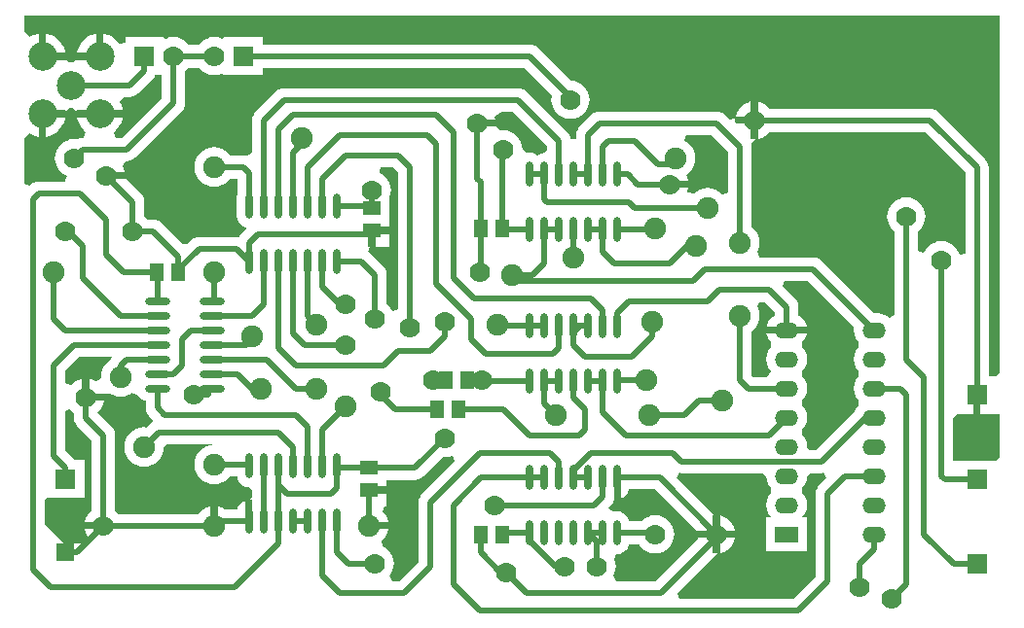
<source format=gtl>
%FSLAX44Y44*%
%MOMM*%
G71*
G01*
G75*
G04 Layer_Physical_Order=1*
G04 Layer_Color=255*
%ADD10R,1.3000X1.5000*%
%ADD11R,1.5000X1.3000*%
%ADD12O,2.2000X0.6000*%
%ADD13O,0.6000X2.2000*%
%ADD14C,0.5080*%
%ADD15R,1.5000X1.5000*%
%ADD16C,2.5000*%
%ADD17R,2.0320X1.3970*%
%ADD18O,2.0320X1.3970*%
%ADD19R,1.7780X1.7780*%
%ADD20C,1.7780*%
%ADD21C,1.9050*%
G36*
X390162Y381989D02*
X389931Y381064D01*
X392757Y379554D01*
X395271Y377491D01*
X397334Y374977D01*
X398867Y372109D01*
X399811Y368997D01*
X400130Y365760D01*
X399811Y362523D01*
X398867Y359411D01*
X398660Y359024D01*
Y335740D01*
Y334035D01*
X383537D01*
Y330862D01*
X380365D01*
Y316739D01*
X382065D01*
X380433Y311929D01*
X381766Y310906D01*
X393326Y299346D01*
X394955Y297224D01*
X395979Y294752D01*
X396328Y292100D01*
X396328Y292100D01*
Y266948D01*
X397811Y265731D01*
X399874Y263217D01*
X401385Y260391D01*
X402309Y260622D01*
X406312Y261837D01*
Y381835D01*
X402155Y385992D01*
X391377D01*
X390162Y381989D01*
D02*
G37*
G36*
X774700Y119292D02*
X764277D01*
X762126Y116840D01*
X761624Y113027D01*
X760153Y109474D01*
X757811Y106424D01*
Y101856D01*
X760153Y98806D01*
X761624Y95253D01*
X762126Y91440D01*
X761624Y87627D01*
X760153Y84074D01*
D01*
X760153Y84074D01*
X760153Y84074D01*
X760153D01*
X760153Y84074D01*
X757940Y80645D01*
X762000D01*
Y51435D01*
X726440D01*
Y80645D01*
X730500D01*
X728288Y84074D01*
X728288Y84074D01*
X728288D01*
X728288Y84074D01*
X728288Y84074D01*
D01*
X726816Y87627D01*
X726314Y91440D01*
X726816Y95253D01*
X728288Y98806D01*
X730629Y101856D01*
Y106424D01*
X728288Y109474D01*
X726816Y113027D01*
X726314Y116840D01*
X724163Y119292D01*
X652780D01*
X652780Y119292D01*
X651079Y119516D01*
X648832Y114960D01*
X681350Y82442D01*
X680085Y82318D01*
Y69215D01*
X666982D01*
X666858Y67950D01*
X629615Y105192D01*
X607316D01*
X607247Y104668D01*
X606177Y102084D01*
X604474Y99866D01*
X602256Y98163D01*
X600075Y97260D01*
Y115442D01*
X594912D01*
Y107440D01*
X594547Y104668D01*
X594448Y104429D01*
Y99060D01*
X594188Y97085D01*
X594188Y97085D01*
X594099Y96408D01*
X593075Y93936D01*
X591446Y91814D01*
X589334Y89701D01*
X589425Y88308D01*
X593739Y85626D01*
X594128Y85787D01*
X596900Y86152D01*
X599672Y85787D01*
X602256Y84717D01*
X604474Y83014D01*
X606177Y80796D01*
X607247Y78212D01*
X607316Y77688D01*
X618121D01*
X618189Y77771D01*
X620703Y79834D01*
X623571Y81367D01*
X626684Y82311D01*
X629920Y82630D01*
X633157Y82311D01*
X636269Y81367D01*
X639137Y79834D01*
X641651Y77771D01*
X643714Y75257D01*
X645247Y72389D01*
X646191Y69276D01*
X646510Y66040D01*
X646191Y62804D01*
X645247Y59691D01*
X643714Y56823D01*
X641651Y54309D01*
X639137Y52246D01*
X636269Y50713D01*
X633157Y49769D01*
X629920Y49450D01*
X626684Y49769D01*
X623571Y50713D01*
X620703Y52246D01*
X618189Y54309D01*
X616126Y56823D01*
X615929Y57192D01*
X607316D01*
X607247Y56668D01*
X606177Y54084D01*
X604474Y51866D01*
X602256Y50163D01*
X599672Y49093D01*
X596900Y48728D01*
X596900Y48728D01*
X596900Y48728D01*
X595980Y48402D01*
X594447Y44449D01*
X595391Y41336D01*
X595710Y38100D01*
X595391Y34864D01*
X594447Y31751D01*
X593428Y29845D01*
X595060Y27122D01*
X597051Y25488D01*
X630755D01*
X667241Y61973D01*
X666989Y62804D01*
X666983Y62865D01*
X680085D01*
Y49762D01*
X683260Y49450D01*
X683750Y49498D01*
X649193Y14941D01*
X651137Y10248D01*
X750135D01*
X769532Y29645D01*
Y101600D01*
X769882Y104252D01*
X770905Y106724D01*
X772534Y108846D01*
X778648Y114960D01*
X776401Y119516D01*
X774700Y119292D01*
D02*
G37*
G36*
X655438Y409005D02*
X657271Y408024D01*
X659882Y405882D01*
X662025Y403271D01*
X663617Y400293D01*
X664597Y397061D01*
X664928Y393700D01*
X664597Y390339D01*
X663617Y387107D01*
X662025Y384129D01*
X659882Y381518D01*
X657271Y379375D01*
X657093Y378787D01*
X657947Y377189D01*
X658891Y374076D01*
X658897Y374015D01*
X642617D01*
Y367665D01*
X658897D01*
X658891Y367603D01*
X658055Y364848D01*
X658895Y363716D01*
X663936Y363094D01*
X666069Y364845D01*
X669047Y366437D01*
X672279Y367417D01*
X675640Y367748D01*
X679001Y367417D01*
X682233Y366437D01*
X685211Y364845D01*
X687822Y362702D01*
X688549Y361816D01*
X693332Y363527D01*
Y399615D01*
X679015Y413932D01*
X656672D01*
X655438Y409005D01*
D02*
G37*
G36*
X906653Y170942D02*
X893318D01*
Y170942D01*
X892680D01*
X889088Y167350D01*
Y130302D01*
X893318D01*
Y130302D01*
X926338D01*
D01*
X926338D01*
X929640Y133604D01*
Y170942D01*
X926338D01*
Y170942D01*
X913003D01*
Y187454D01*
X906653D01*
Y170942D01*
D02*
G37*
G36*
X116928Y209115D02*
Y197426D01*
X121711Y195715D01*
X122889Y197151D01*
X125403Y199214D01*
X128271Y200747D01*
X131383Y201691D01*
X131445Y201697D01*
Y185417D01*
X134618D01*
Y182245D01*
X150897D01*
X150891Y182183D01*
X149947Y179071D01*
X148414Y176203D01*
X146351Y173689D01*
X146351Y173689D01*
X146351D01*
X144868Y171885D01*
X157106Y159646D01*
X158735Y157524D01*
X159759Y155052D01*
X160108Y152400D01*
X160108Y152400D01*
Y86608D01*
X161591Y85391D01*
X162808Y83908D01*
X232610D01*
X234198Y85842D01*
X236809Y87985D01*
X239787Y89577D01*
X243019Y90557D01*
X243205Y90575D01*
Y73657D01*
X249555D01*
Y90575D01*
X249741Y90557D01*
X252973Y89577D01*
X255951Y87985D01*
X256118Y87848D01*
X266444D01*
X266513Y88372D01*
X267583Y90956D01*
X269286Y93174D01*
X271504Y94877D01*
X273685Y95780D01*
Y77597D01*
X278848D01*
Y85600D01*
X279213Y88373D01*
X279312Y88611D01*
Y95989D01*
X276861Y96312D01*
X279312Y98462D01*
Y104738D01*
X276860Y106888D01*
X274088Y107253D01*
X271504Y108323D01*
X269286Y110026D01*
X267583Y112244D01*
X266513Y114828D01*
X266260Y116752D01*
X260149D01*
X258562Y114818D01*
X255951Y112676D01*
X252973Y111083D01*
X249741Y110103D01*
X246380Y109772D01*
X243019Y110103D01*
X239787Y111083D01*
X236809Y112676D01*
X234198Y114818D01*
X232055Y117429D01*
X230463Y120407D01*
X229483Y123639D01*
X229152Y127000D01*
X229483Y130361D01*
X230463Y133593D01*
X232055Y136571D01*
X234198Y139182D01*
X236809Y141325D01*
X239787Y142917D01*
X243019Y143897D01*
X246380Y144228D01*
X245916Y144692D01*
X204871D01*
X202648Y142240D01*
X202317Y138879D01*
X201337Y135647D01*
X199744Y132669D01*
X197602Y130058D01*
X194991Y127915D01*
X192013Y126323D01*
X188781Y125343D01*
X185420Y125012D01*
X182059Y125343D01*
X178827Y126323D01*
X175849Y127915D01*
X173238Y130058D01*
X171096Y132669D01*
X169503Y135647D01*
X168523Y138879D01*
X168192Y142240D01*
X168523Y145601D01*
X169503Y148833D01*
X171096Y151811D01*
X173238Y154422D01*
X175849Y156565D01*
X178827Y158157D01*
X182059Y159137D01*
X185420Y159468D01*
X187910Y159223D01*
X190874Y162186D01*
X192996Y163815D01*
X193341Y165547D01*
X189734Y169154D01*
X189734Y169154D01*
X188105Y171276D01*
X187082Y173748D01*
X186732Y176400D01*
X186732Y176400D01*
Y182624D01*
X186208Y182693D01*
X183624Y183763D01*
X181406Y185466D01*
X179704Y187684D01*
X179690Y187716D01*
X174762Y188950D01*
X174671Y188876D01*
X171693Y187283D01*
X168461Y186303D01*
X165100Y185972D01*
X161739Y186303D01*
X158507Y187283D01*
X155529Y188876D01*
X150891Y188657D01*
D01*
X150897Y188595D01*
X137795D01*
Y201697D01*
X137857Y201691D01*
X140969Y200747D01*
X143759Y199256D01*
X147983Y202078D01*
X147872Y203200D01*
X148203Y206561D01*
X149183Y209793D01*
X150775Y212771D01*
X152918Y215382D01*
X155529Y217525D01*
X155913Y217730D01*
X156225Y218484D01*
X157854Y220606D01*
X157854Y220606D01*
X157735Y220892D01*
X128705D01*
X116928Y209115D01*
D02*
G37*
G36*
X740633Y282239D02*
X751466Y271406D01*
X753095Y269284D01*
X754118Y266812D01*
X754468Y264160D01*
X754468Y264160D01*
Y256719D01*
X754761Y256597D01*
X757811Y254256D01*
X760153Y251206D01*
X761624Y247653D01*
X761708Y247015D01*
X726732D01*
X726816Y247653D01*
X728288Y251206D01*
X730629Y254256D01*
X733680Y256597D01*
X733972Y256719D01*
Y259915D01*
X725456Y268431D01*
X720415Y267809D01*
X718608Y264795D01*
X719497Y263133D01*
X720477Y259901D01*
X720808Y256540D01*
X720477Y253179D01*
X719497Y249947D01*
X717905Y246969D01*
X715762Y244358D01*
X713828Y242771D01*
Y204905D01*
X715445Y203288D01*
X726995D01*
X730629Y208024D01*
X728288Y211075D01*
X726816Y214627D01*
X726314Y218440D01*
X726816Y222253D01*
X728288Y225805D01*
X730629Y228856D01*
Y233424D01*
X728288Y236474D01*
X726816Y240027D01*
X726732Y240665D01*
X761708D01*
X761624Y240027D01*
X760153Y236474D01*
X757811Y233424D01*
Y228856D01*
X760153Y225805D01*
X761624Y222253D01*
X762126Y218440D01*
X761624Y214627D01*
X760153Y211075D01*
X757811Y208024D01*
Y203456D01*
X760153Y200406D01*
X761624Y196853D01*
X762126Y193040D01*
X761624Y189227D01*
X760153Y185674D01*
X757811Y182624D01*
Y178056D01*
X760153Y175005D01*
X761624Y171453D01*
X762126Y167640D01*
X761624Y163827D01*
X760153Y160275D01*
X757811Y157224D01*
Y152656D01*
X760153Y149606D01*
X761624Y146053D01*
X762126Y142240D01*
X764277Y139788D01*
X770455D01*
X803649Y172982D01*
X804488Y175005D01*
X806829Y178056D01*
Y182624D01*
X804488Y185674D01*
X803016Y189227D01*
X802514Y193040D01*
X803016Y196853D01*
X804488Y200406D01*
X806829Y203456D01*
Y208024D01*
X804488Y211075D01*
X803016Y214627D01*
X802514Y218440D01*
X803016Y222253D01*
X804488Y225805D01*
X806829Y228856D01*
Y233424D01*
X804488Y236474D01*
X803016Y240027D01*
X802514Y243840D01*
X802911Y246856D01*
X777614Y272154D01*
X777614Y272154D01*
X762835Y286932D01*
X742578D01*
X740633Y282239D01*
D02*
G37*
G36*
X194295Y464776D02*
X192666Y462654D01*
X179966Y449954D01*
X179966Y449954D01*
X177844Y448325D01*
X175372Y447301D01*
X172720Y446952D01*
X172720Y446952D01*
X168020D01*
X165598Y444965D01*
X164178Y442595D01*
X165598Y439937D01*
X166749Y436144D01*
X166825Y435375D01*
X127015D01*
X126832Y433521D01*
X123241Y437113D01*
X121920Y436983D01*
X120599Y437113D01*
X117008Y433521D01*
X116825Y435375D01*
X96917D01*
Y432202D01*
X93745D01*
Y412295D01*
X92976Y412371D01*
X89183Y413522D01*
X85688Y415390D01*
X81280Y410019D01*
Y371650D01*
X85973Y369706D01*
X86734Y370466D01*
X88856Y372095D01*
X91328Y373119D01*
X93980Y373468D01*
X93980Y373468D01*
X116623D01*
X117838Y377471D01*
X118069Y378396D01*
X115243Y379906D01*
X112729Y381969D01*
X110666Y384483D01*
X109133Y387351D01*
X108189Y390463D01*
X107870Y393700D01*
X108189Y396936D01*
X109133Y400049D01*
X110666Y402917D01*
X112729Y405431D01*
X115243Y407494D01*
X118111Y409027D01*
X121223Y409971D01*
X124460Y410290D01*
X126782Y410061D01*
X126956Y410195D01*
X129428Y411218D01*
X132080Y411568D01*
X132080Y411568D01*
X132806D01*
X134517Y416351D01*
X132624Y417904D01*
X130110Y420968D01*
X128242Y424463D01*
X127091Y428256D01*
X127015Y429025D01*
X166825D01*
X166749Y428256D01*
X165598Y424463D01*
X163730Y420968D01*
X161216Y417904D01*
X159323Y416351D01*
X161034Y411568D01*
X165935D01*
X200572Y446205D01*
Y466090D01*
X194839D01*
X194295Y464776D01*
D02*
G37*
G36*
X450276Y133589D02*
X447040Y133270D01*
X445131Y133458D01*
X428226Y116554D01*
X426104Y114925D01*
X423632Y113902D01*
X420980Y113552D01*
X420980Y113552D01*
X396120D01*
Y109680D01*
Y107975D01*
X380998D01*
Y101625D01*
X396120D01*
Y90680D01*
X394827D01*
X393115Y85897D01*
X393182Y85842D01*
X395325Y83231D01*
X396917Y80253D01*
X397897Y77021D01*
X397915Y76835D01*
X380998D01*
Y70485D01*
X397915D01*
X397897Y70299D01*
X396917Y67067D01*
X395325Y64089D01*
X393182Y61478D01*
X392352Y60797D01*
X392850Y55742D01*
X395297Y54434D01*
X397811Y52371D01*
X399874Y49857D01*
X401407Y46989D01*
X402351Y43877D01*
X402670Y40640D01*
X402351Y37404D01*
X401407Y34291D01*
X399874Y31423D01*
X398772Y30080D01*
X400944Y25488D01*
X407235D01*
X424092Y42345D01*
Y93980D01*
X424441Y96632D01*
X425465Y99104D01*
X427094Y101226D01*
X455831Y129964D01*
X453389Y134533D01*
X450276Y133589D01*
D02*
G37*
G36*
X81280Y504381D02*
X85688Y499010D01*
X89183Y500878D01*
X92976Y502029D01*
X93745Y502105D01*
Y482197D01*
X96917D01*
Y479025D01*
X116825D01*
X117008Y480879D01*
X120599Y477287D01*
X121920Y477417D01*
X123241Y477287D01*
X126832Y480879D01*
X127015Y479025D01*
X146923D01*
Y482197D01*
X150095D01*
Y502105D01*
X150864Y502029D01*
X154657Y500878D01*
X158152Y499010D01*
X161216Y496496D01*
X163730Y493432D01*
X163982Y492961D01*
X168910Y494195D01*
Y499110D01*
X201930D01*
Y499110D01*
X204171Y497767D01*
X204471Y497927D01*
X207584Y498871D01*
X210820Y499190D01*
X214056Y498871D01*
X217169Y497927D01*
X220037Y496394D01*
X222551Y494331D01*
X223768Y492848D01*
X233432D01*
X234649Y494331D01*
X237163Y496394D01*
X240031Y497927D01*
X243144Y498871D01*
X246380Y499190D01*
X249617Y498871D01*
X252729Y497927D01*
X253029Y497767D01*
X255270Y499110D01*
Y499110D01*
X288290D01*
Y492848D01*
X520700D01*
X523352Y492499D01*
X525824Y491475D01*
X527946Y489846D01*
X527946Y489846D01*
X556751Y461041D01*
X559496Y460771D01*
X562609Y459827D01*
X565477Y458294D01*
X567991Y456231D01*
X570054Y453717D01*
X571587Y450849D01*
X572531Y447737D01*
X572850Y444500D01*
X572531Y441264D01*
X571587Y438151D01*
X570054Y435283D01*
X567991Y432769D01*
X565477Y430706D01*
X562609Y429173D01*
X559496Y428229D01*
X556260Y427910D01*
X553023Y428229D01*
X549911Y429173D01*
X547043Y430706D01*
X544529Y432769D01*
X542466Y435283D01*
X540933Y438151D01*
X539989Y441264D01*
X539670Y444500D01*
X539989Y447737D01*
X540241Y448567D01*
X516455Y472352D01*
X288290D01*
Y466090D01*
X255270D01*
Y466090D01*
X253029Y467433D01*
X252729Y467273D01*
X249617Y466329D01*
X246380Y466010D01*
X243144Y466329D01*
X240031Y467273D01*
X237163Y468806D01*
X234649Y470869D01*
X233432Y472352D01*
X223768D01*
X222551Y470869D01*
X221068Y469652D01*
Y441960D01*
X221068Y441960D01*
X220718Y439308D01*
X219695Y436836D01*
X218066Y434714D01*
X177426Y394074D01*
X177426Y394074D01*
X175304Y392445D01*
X175304Y392445D01*
X175304Y392445D01*
D01*
X175304Y392445D01*
X175304Y392445D01*
X172832Y391422D01*
X170180Y391072D01*
X170180Y391072D01*
X169320D01*
X166708Y386715D01*
X167727Y384809D01*
X168671Y381697D01*
X168677Y381635D01*
X152397D01*
Y375285D01*
X168678D01*
X168802Y376550D01*
X182506Y362846D01*
X184135Y360724D01*
X185159Y358252D01*
X185508Y355600D01*
X185508Y355600D01*
Y343148D01*
X186991Y341931D01*
X188208Y340448D01*
X193040D01*
X193040Y340448D01*
X195692Y340098D01*
X198164Y339075D01*
X200286Y337446D01*
X218440Y319292D01*
X223520D01*
X226434Y322206D01*
X228556Y323835D01*
X231028Y324859D01*
X233680Y325208D01*
X233680Y325208D01*
X265560D01*
X267877Y324903D01*
X267985Y325164D01*
X269614Y327286D01*
X274481Y332154D01*
X274088Y333313D01*
X271504Y334383D01*
X269286Y336086D01*
X267583Y338304D01*
X266513Y340888D01*
X266148Y343660D01*
Y359660D01*
X266513Y362432D01*
X266612Y362671D01*
Y375832D01*
X260149D01*
X258562Y373898D01*
X255951Y371755D01*
X252973Y370163D01*
X249741Y369183D01*
X246380Y368852D01*
X243019Y369183D01*
X239787Y370163D01*
X236809Y371755D01*
X234198Y373898D01*
X232055Y376509D01*
X230463Y379487D01*
X229483Y382719D01*
X229152Y386080D01*
X229483Y389441D01*
X230463Y392673D01*
X232055Y395651D01*
X234198Y398262D01*
X236809Y400405D01*
X239787Y401997D01*
X243019Y402977D01*
X246380Y403308D01*
X249741Y402977D01*
X252973Y401997D01*
X255951Y400405D01*
X258562Y398262D01*
X260149Y396328D01*
X271780D01*
X271780Y396328D01*
X274432Y395979D01*
X275089Y395707D01*
X279312Y398529D01*
Y426720D01*
X279662Y429372D01*
X280086Y430396D01*
X280685Y431844D01*
X282314Y433966D01*
X282314Y433966D01*
X300094Y451746D01*
X302216Y453375D01*
X304688Y454398D01*
X307340Y454748D01*
X307340Y454748D01*
X510540D01*
X510540Y454748D01*
X513192Y454398D01*
X515664Y453375D01*
X517786Y451746D01*
X553346Y416186D01*
X554975Y414064D01*
X555998Y411592D01*
X556183Y410190D01*
X561252Y410522D01*
Y414020D01*
X561601Y416672D01*
X562625Y419144D01*
X563332Y420065D01*
X564254Y421266D01*
X564254Y421266D01*
X574414Y431426D01*
X576536Y433055D01*
X579008Y434078D01*
X581660Y434428D01*
X581660Y434428D01*
X683260D01*
X683260Y434428D01*
X685912Y434078D01*
X688384Y433055D01*
X690506Y431426D01*
X695088Y426844D01*
X699870Y428556D01*
X699690Y426720D01*
X700002Y423545D01*
X713105D01*
Y410442D01*
X716280Y410130D01*
X716678Y410169D01*
X713521Y406190D01*
X713828Y403860D01*
X713828Y403860D01*
Y333810D01*
X715762Y332222D01*
X717905Y329611D01*
X719497Y326633D01*
X720477Y323401D01*
X720808Y320040D01*
X720477Y316679D01*
X719497Y313447D01*
X718608Y311785D01*
X720842Y308058D01*
X721610Y307428D01*
X767080D01*
X769732Y307078D01*
X770756Y306654D01*
X772204Y306055D01*
X774326Y304426D01*
X774326Y304426D01*
X792106Y286646D01*
X792106Y286646D01*
X820181Y258571D01*
X823595D01*
X827408Y258069D01*
X830960Y256597D01*
X833556Y254606D01*
X836104Y255862D01*
X838112Y257403D01*
Y329952D01*
X836629Y331169D01*
X834566Y333683D01*
X833033Y336551D01*
X832089Y339664D01*
X831770Y342900D01*
X832089Y346137D01*
X833033Y349249D01*
X834566Y352117D01*
X836629Y354631D01*
X839143Y356694D01*
X842011Y358227D01*
X845124Y359171D01*
X848360Y359490D01*
X851597Y359171D01*
X854709Y358227D01*
X857577Y356694D01*
X860091Y354631D01*
X862154Y352117D01*
X863687Y349249D01*
X864631Y346137D01*
X864950Y342900D01*
X864631Y339664D01*
X863687Y336551D01*
X862154Y333683D01*
X860091Y331169D01*
X858608Y329952D01*
Y312637D01*
X862611Y311422D01*
X863536Y311191D01*
X865046Y314017D01*
X867109Y316531D01*
X869623Y318594D01*
X872491Y320127D01*
X875603Y321071D01*
X878840Y321390D01*
X882076Y321071D01*
X885189Y320127D01*
X888057Y318594D01*
X890571Y316531D01*
X892634Y314017D01*
X894167Y311149D01*
X894555Y309869D01*
X899580Y310614D01*
Y381327D01*
X864435Y416472D01*
X729228D01*
X728011Y414989D01*
X725497Y412926D01*
X722629Y411393D01*
X719517Y410449D01*
X719455Y410443D01*
Y426717D01*
Y442997D01*
X719517Y442991D01*
X722629Y442047D01*
X725497Y440514D01*
X728011Y438451D01*
X729228Y436968D01*
X868680D01*
X868680Y436968D01*
X871332Y436618D01*
X873804Y435595D01*
X875926Y433966D01*
X917074Y392818D01*
X918703Y390696D01*
X919726Y388224D01*
X920076Y385572D01*
X920076Y385572D01*
Y203962D01*
X926338D01*
D01*
X926338D01*
X929640Y207264D01*
Y518160D01*
X81280D01*
Y504381D01*
D02*
G37*
G36*
X116928Y173414D02*
Y138865D01*
X124086Y131706D01*
X124774Y130810D01*
X133350D01*
Y97790D01*
X100330D01*
D01*
X100330D01*
X99148Y96608D01*
Y75365D01*
X116005Y58508D01*
X134996D01*
X137168Y63100D01*
X136066Y64443D01*
X134533Y67311D01*
X133589Y70423D01*
X133583Y70485D01*
X149862D01*
Y76835D01*
X133583D01*
X133589Y76897D01*
X134533Y80009D01*
X136066Y82877D01*
X138129Y85391D01*
X139612Y86608D01*
Y148155D01*
X127374Y160394D01*
X125745Y162516D01*
X124721Y164988D01*
X124372Y167640D01*
X124372Y167640D01*
X124372Y167640D01*
Y167640D01*
Y171666D01*
X120219Y174591D01*
X116928Y173414D01*
D02*
G37*
G36*
X490924Y430859D02*
X490415Y430172D01*
X491251Y427416D01*
X491257Y427355D01*
X474977D01*
Y421005D01*
X491258D01*
X491278Y421209D01*
X494869Y417617D01*
X497840Y417910D01*
X501077Y417591D01*
X504189Y416647D01*
X507057Y415114D01*
X509571Y413051D01*
X511634Y410537D01*
X513167Y407669D01*
X514111Y404557D01*
X514391Y401719D01*
X518370Y398561D01*
X520700Y398868D01*
X523352Y398518D01*
X525824Y397495D01*
X527337Y396334D01*
X528044Y396877D01*
X530628Y397947D01*
X533400Y398312D01*
X535852Y400462D01*
Y404695D01*
X506295Y434252D01*
X497273D01*
X490924Y430859D01*
D02*
G37*
%LPC*%
G36*
X686435Y82317D02*
X686497Y82311D01*
X689609Y81367D01*
X692477Y79834D01*
X694991Y77771D01*
X697054Y75257D01*
X698587Y72389D01*
X699531Y69276D01*
X699537Y69215D01*
X686435D01*
Y82317D01*
D02*
G37*
G36*
Y62865D02*
X699537D01*
X699531Y62804D01*
X698587Y59691D01*
X697054Y56823D01*
X694991Y54309D01*
X692477Y52246D01*
X689609Y50713D01*
X686497Y49769D01*
X686435Y49763D01*
Y62865D01*
D02*
G37*
G36*
X143745Y502105D02*
Y485375D01*
X127015D01*
X127091Y486144D01*
X128242Y489937D01*
X130110Y493432D01*
X132624Y496496D01*
X135688Y499010D01*
X139183Y500878D01*
X142976Y502029D01*
X143745Y502105D01*
D02*
G37*
G36*
X100095D02*
X100864Y502029D01*
X104657Y500878D01*
X108152Y499010D01*
X111216Y496496D01*
X113730Y493432D01*
X115598Y489937D01*
X116749Y486144D01*
X116825Y485375D01*
X100095D01*
Y502105D01*
D02*
G37*
G36*
X713105Y442997D02*
Y429895D01*
X700003D01*
X700009Y429957D01*
X700953Y433069D01*
X702486Y435937D01*
X704549Y438451D01*
X707063Y440514D01*
X709931Y442047D01*
X713044Y442991D01*
X713105Y442997D01*
D02*
G37*
G36*
X386715Y327685D02*
X398660D01*
Y316740D01*
X386715D01*
Y327685D01*
D02*
G37*
G36*
X100095Y429025D02*
X116825D01*
X116749Y428256D01*
X115598Y424463D01*
X113730Y420968D01*
X111216Y417904D01*
X108152Y415390D01*
X104657Y413522D01*
X100864Y412371D01*
X100095Y412295D01*
Y429025D01*
D02*
G37*
%LPD*%
D10*
X478180Y66040D02*
D03*
X497180D02*
D03*
X459080Y175260D02*
D03*
X440080D02*
D03*
X196240Y294640D02*
D03*
X215240D02*
D03*
X497180Y332740D02*
D03*
X478180D02*
D03*
X466700Y200660D02*
D03*
X447700D02*
D03*
D11*
X383540Y330860D02*
D03*
Y349860D02*
D03*
X381000Y123800D02*
D03*
Y104800D02*
D03*
D12*
X196980Y193040D02*
D03*
Y205740D02*
D03*
Y218440D02*
D03*
Y231140D02*
D03*
Y243840D02*
D03*
Y256540D02*
D03*
Y269240D02*
D03*
X244980Y193040D02*
D03*
Y205740D02*
D03*
Y218440D02*
D03*
Y231140D02*
D03*
Y243840D02*
D03*
Y256540D02*
D03*
Y269240D02*
D03*
D13*
X596900Y331600D02*
D03*
X584200D02*
D03*
X571500D02*
D03*
X558800D02*
D03*
X546100D02*
D03*
X533400D02*
D03*
X520700D02*
D03*
X596900Y379600D02*
D03*
X584200D02*
D03*
X571500D02*
D03*
X558800D02*
D03*
X546100D02*
D03*
X533400D02*
D03*
X520700D02*
D03*
X596900Y199520D02*
D03*
X584200D02*
D03*
X571500D02*
D03*
X558800D02*
D03*
X546100D02*
D03*
X533400D02*
D03*
X520700D02*
D03*
X596900Y247520D02*
D03*
X584200D02*
D03*
X571500D02*
D03*
X558800D02*
D03*
X546100D02*
D03*
X533400D02*
D03*
X520700D02*
D03*
X596900Y67440D02*
D03*
X584200D02*
D03*
X571500D02*
D03*
X558800D02*
D03*
X546100D02*
D03*
X533400D02*
D03*
X520700D02*
D03*
X596900Y115440D02*
D03*
X584200D02*
D03*
X571500D02*
D03*
X558800D02*
D03*
X546100D02*
D03*
X533400D02*
D03*
X520700D02*
D03*
X353060Y77600D02*
D03*
X340360D02*
D03*
X327660D02*
D03*
X314960D02*
D03*
X302260D02*
D03*
X289560D02*
D03*
X276860D02*
D03*
X353060Y125600D02*
D03*
X340360D02*
D03*
X327660D02*
D03*
X314960D02*
D03*
X302260D02*
D03*
X289560D02*
D03*
X276860D02*
D03*
X353060Y303660D02*
D03*
X340360D02*
D03*
X327660D02*
D03*
X314960D02*
D03*
X302260D02*
D03*
X289560D02*
D03*
X276860D02*
D03*
X353060Y351660D02*
D03*
X340360D02*
D03*
X327660D02*
D03*
X314960D02*
D03*
X302260D02*
D03*
X289560D02*
D03*
X276860D02*
D03*
D14*
X241300Y187960D02*
Y193040D01*
X149860Y73660D02*
Y76200D01*
X127000Y50800D02*
X116840D01*
X149860Y73660D02*
X127000Y50800D01*
X104140Y20320D02*
X88900Y35560D01*
X264160Y20320D02*
X104140D01*
X302260Y58420D02*
X264160Y20320D01*
X302260Y58420D02*
Y77600D01*
X149860Y73660D02*
Y152400D01*
X134620Y167640D01*
Y185420D01*
X196980Y176400D02*
Y193040D01*
X203200Y170180D02*
X196980Y176400D01*
X116840Y114300D02*
Y124460D01*
X106680Y134620D01*
Y213360D01*
X124460Y231140D02*
X106680Y213360D01*
X196980Y231140D02*
X124460D01*
X246380Y73660D02*
X149860D01*
X244980Y193040D02*
X241300D01*
Y187960D02*
X228600D01*
X198120Y154940D02*
X185420Y142240D01*
X314960D02*
X302260Y154940D01*
X327660Y160020D02*
X317500Y170180D01*
X327660Y125600D02*
Y160020D01*
X439420Y431800D02*
X314960D01*
X302260Y419100D01*
Y351660D02*
Y419100D01*
X574040Y271780D02*
X472440D01*
X584200Y261620D02*
X574040Y271780D01*
X584200Y247520D02*
Y261620D01*
X454660Y416560D02*
X439420Y431800D01*
X472440Y271780D02*
X454660Y289560D01*
Y416560D01*
X355600Y414020D02*
X327660Y386080D01*
Y351660D02*
Y386080D01*
X469900Y254000D02*
X439420Y284480D01*
X469900Y236220D02*
Y254000D01*
X482600Y223520D02*
X469900Y236220D01*
X541020Y223520D02*
X482600D01*
X546100Y228600D02*
X541020Y223520D01*
X546100Y228600D02*
Y247520D01*
X431800Y414020D02*
X355600D01*
X439420Y284480D02*
Y406400D01*
X431800Y414020D01*
X416560Y386080D02*
X406400Y396240D01*
X416560Y246380D02*
Y386080D01*
X340360Y351660D02*
Y375920D01*
X360680Y396240D02*
X340360Y375920D01*
X406400Y396240D02*
X360680D01*
X510540Y287020D02*
X505460Y292100D01*
X662940Y287020D02*
X510540D01*
X558800Y444500D02*
X556260D01*
X558800D02*
X520700Y482600D01*
X271780D01*
X246380D02*
X210820D01*
X106680Y254000D02*
Y294640D01*
X116840Y243840D02*
X106680Y254000D01*
X196980Y243840D02*
X116840D01*
X172720Y457200D02*
X121920D01*
X185420Y469900D02*
Y482600D01*
Y469900D02*
X172720Y457200D01*
X868680Y426720D02*
X716280D01*
X909828Y385572D02*
X868680Y426720D01*
X909828Y187452D02*
Y385572D01*
X703580Y320040D02*
Y403860D01*
X683260Y424180D01*
X523240Y115440D02*
X478660D01*
X454660Y91440D01*
Y22860D02*
Y91440D01*
X477520Y0D02*
X454660Y22860D01*
X754380Y0D02*
X477520D01*
X779780Y25400D02*
X754380Y0D01*
X779780Y25400D02*
Y101600D01*
X795020Y116840D02*
X779780Y101600D01*
X820420Y116840D02*
X795020D01*
X675640Y350520D02*
X612140D01*
X642620Y302260D02*
X594360D01*
X660400Y320040D02*
X642620Y302260D01*
X612140Y350520D02*
X607060Y355600D01*
X631060Y331600D02*
X629920Y332740D01*
X631060Y331600D02*
X596900D01*
X594360Y302260D02*
X584200Y312420D01*
X673100Y297180D02*
X662940Y287020D01*
X607060Y355600D02*
X535940D01*
X767080Y297180D02*
X673100D01*
X683260Y424180D02*
X581660D01*
X571500Y414020D01*
Y379600D02*
Y414020D01*
X478180Y297840D02*
X474980Y294640D01*
Y292100D02*
Y294640D01*
Y375920D02*
Y424180D01*
X478180Y372720D02*
X474980Y375920D01*
X478180Y332740D02*
Y372720D01*
X374520Y303660D02*
X353060D01*
X386080Y292100D02*
X374520Y303660D01*
X386080Y254000D02*
Y292100D01*
Y327660D02*
X284480D01*
X384940Y351660D02*
X353060D01*
X383540Y349860D02*
Y365760D01*
X289560Y351660D02*
Y426720D01*
X307340Y444500D02*
X289560Y426720D01*
X510540Y444500D02*
X307340D01*
X546100Y408940D02*
X510540Y444500D01*
X546100Y379600D02*
Y408940D01*
X322580Y406400D02*
Y411480D01*
Y406400D02*
X314960Y398780D01*
X360680Y177800D02*
X340360Y157480D01*
Y125600D02*
Y157480D01*
X546100Y129540D02*
X538480Y137160D01*
X477520D01*
X434340Y93980D01*
X546100Y115440D02*
Y129540D01*
X314960Y125600D02*
Y142240D01*
X520700Y152400D02*
X497840Y175260D01*
X563880Y152400D02*
X520700D01*
X497840Y175260D02*
X459080D01*
X568960Y157480D02*
X563880Y152400D01*
X574040Y137160D02*
X558800Y121920D01*
X645160Y137160D02*
X574040D01*
X568960Y157480D02*
Y175260D01*
X652780Y129540D02*
X645160Y137160D01*
X774700Y129540D02*
X652780D01*
X812800Y167640D02*
X774700Y129540D01*
X558800Y115440D02*
Y121920D01*
X568960Y175260D02*
X558800Y185420D01*
Y199520D01*
X440080Y175260D02*
X403860D01*
X391160Y187960D01*
X381000Y73660D02*
Y104800D01*
X353060Y50800D02*
Y77600D01*
X363220Y40640D02*
X353060Y50800D01*
X434340Y38100D02*
X411480Y15240D01*
X375920D01*
X355600D01*
X434340Y38100D02*
Y93980D01*
X355600Y15240D02*
X340360Y30480D01*
Y77600D01*
X386080Y40640D02*
X363220D01*
X434340Y226060D02*
X406400D01*
X447040Y238760D02*
X434340Y226060D01*
X447040Y238760D02*
Y251460D01*
X406400Y226060D02*
X393700Y213360D01*
X360680Y231140D02*
X325120D01*
X520700Y199520D02*
X478920D01*
X420980Y123800D02*
X381000D01*
X447040Y149860D02*
X420980Y123800D01*
X391160Y187960D02*
Y190500D01*
X215240Y296520D02*
Y308000D01*
X233680Y314960D02*
X215240Y296520D01*
Y308000D02*
X193040Y330200D01*
X175260D01*
X836930Y11430D02*
X834390D01*
X478180Y297840D02*
Y332740D01*
X498320Y331600D02*
X497180Y332740D01*
X520700Y331600D02*
X498320D01*
X518160Y15240D02*
X500380Y33020D01*
X635000Y15240D02*
X518160D01*
X683260Y63500D02*
X635000Y15240D01*
X683260Y63500D02*
Y66040D01*
X633860Y115440D02*
X596900D01*
X683260Y66040D02*
X633860Y115440D01*
X807720Y20320D02*
Y40640D01*
X820420Y53340D02*
X807720Y40640D01*
X478920Y200660D02*
X466700D01*
X467840Y199520D02*
X466700Y200660D01*
X543560Y170180D02*
X533400Y180340D01*
X604520Y152400D02*
X584200Y172720D01*
X820420Y53340D02*
Y66040D01*
X551180Y38100D02*
X543313D01*
X520700Y60713D01*
Y67440D01*
X848360Y218440D02*
Y342900D01*
X863600Y203200D02*
X848360Y218440D01*
X863600Y66040D02*
Y203200D01*
X848360Y22860D02*
Y187960D01*
X843280Y193040D01*
X848360Y22860D02*
X836930Y11430D01*
X843280Y193040D02*
X820420D01*
X889508Y40132D02*
X863600Y66040D01*
X909828Y40132D02*
X889508D01*
X784860Y279400D02*
X767080Y297180D01*
X642620Y370840D02*
X614680D01*
X605920Y379600D01*
X596900D01*
X642620Y388620D02*
X632460D01*
X647700Y393700D02*
X642620Y388620D01*
X632460D02*
X612140Y408940D01*
X497180Y332740D02*
Y400660D01*
X909828Y113792D02*
X881888D01*
X878840Y116840D01*
Y304800D01*
X497840Y401320D02*
X497180Y400660D01*
X275460Y127000D02*
X246380D01*
X276860Y125600D02*
X275460Y127000D01*
X279400Y193040D02*
X266700Y205740D01*
X244980D01*
X335280Y193040D02*
X317500D01*
X287020D02*
X279400D01*
X579120Y59820D02*
X571500Y67440D01*
X579120Y38100D02*
Y59820D01*
X533400Y115440D02*
X520700D01*
X820420Y167640D02*
X812800D01*
X728980Y152400D02*
X604520D01*
X558800Y307340D02*
Y331600D01*
Y304800D02*
Y307340D01*
X360680Y266700D02*
X355600D01*
X340360Y281940D01*
Y303660D01*
X327660Y256540D02*
Y303660D01*
X284480Y327660D02*
X276860Y320040D01*
X523240Y292100D02*
X505460D01*
X533400Y302260D02*
X523240Y292100D01*
X628520Y67440D02*
X596900D01*
X629920Y66040D02*
X628520Y67440D01*
X576580Y91440D02*
X490220D01*
X584200Y99060D02*
X576580Y91440D01*
X584200Y99060D02*
Y115440D01*
X500380Y33020D02*
X495300D01*
X478180Y50140D01*
Y66040D01*
X584200Y67440D02*
X571500D01*
Y115440D02*
X558800D01*
X596900Y247520D02*
Y259080D01*
X607060Y269240D02*
X596900Y259080D01*
X675640Y269240D02*
X607060D01*
X685800Y279400D02*
X675640Y269240D01*
X728980Y279400D02*
X685800D01*
X744220Y264160D02*
X728980Y279400D01*
X744220Y243840D02*
Y264160D01*
X584200Y312420D02*
Y331600D01*
X662940Y320040D02*
X660400D01*
X665480Y317500D02*
X662940Y320040D01*
X622300Y200660D02*
X598040D01*
X596900Y199520D01*
X571500Y247520D02*
X565020D01*
X558800Y241300D01*
Y231140D02*
Y241300D01*
X568960Y220980D02*
X558800Y231140D01*
X609600Y220980D02*
X568960D01*
X627380Y238760D02*
X609600Y220980D01*
X627380Y238760D02*
Y251460D01*
X668020Y182880D02*
X655320Y170180D01*
X688340Y182880D02*
X668020D01*
X655320Y170180D02*
X624840D01*
X744220Y167640D02*
X728980Y152400D01*
X584200Y172720D02*
Y199520D01*
X563880Y247520D02*
X558800D01*
X520700D02*
X493900D01*
X492760Y248660D01*
X533400Y302260D02*
Y331600D01*
X820420Y243840D02*
X782320Y281940D01*
X533400Y180340D02*
Y199520D01*
X535940Y355600D02*
X533400Y358140D01*
Y379600D01*
X520700D02*
Y388620D01*
X612140Y408940D02*
X589280D01*
X584200Y403860D01*
Y379600D02*
Y403860D01*
X703580Y200660D02*
Y256540D01*
X711200Y193040D02*
X703580Y200660D01*
X744220Y193040D02*
X711200D01*
X498580Y67440D02*
X497180Y66040D01*
X520700Y67440D02*
X498580D01*
X584200Y199520D02*
X571500D01*
X546100D02*
X533400D01*
Y247520D02*
X520700D01*
X533400Y379600D02*
X520700D01*
X546100Y331600D02*
X533400D01*
X584200D02*
X571500D01*
Y379600D02*
X558800D01*
X196980Y218440D02*
X170180D01*
X165100Y213360D01*
Y203200D02*
Y213360D01*
X276860Y77600D02*
X250320D01*
X246380Y73660D01*
X354860Y123800D02*
X353060Y125600D01*
X381000Y123800D02*
X354860D01*
X215240Y294640D02*
Y296520D01*
X265560Y314960D02*
X233680D01*
X276860Y303660D02*
X265560Y314960D01*
X276860Y303660D02*
Y320040D01*
X386080Y350520D02*
X384940Y351660D01*
X302260Y109220D02*
Y125600D01*
Y77600D02*
Y109220D01*
X309880Y101600D02*
X302260Y109220D01*
X347980Y101600D02*
X309880D01*
X353060Y106680D02*
X347980Y101600D01*
X353060Y106680D02*
Y125600D01*
X289560Y77600D02*
Y125600D01*
X327660Y77600D02*
X314960D01*
Y351660D02*
Y398780D01*
X335280Y248920D02*
X327660Y256540D01*
X196980Y293900D02*
X196240Y294640D01*
X175260Y330200D02*
Y355600D01*
X152400Y378460D01*
X210820Y205740D02*
X196980D01*
X393700Y213360D02*
X317500D01*
Y193040D02*
X292100Y218440D01*
X244980D01*
X274320Y231140D02*
X244980D01*
X279400Y256540D02*
X244980D01*
X317500Y213360D02*
X302260Y228600D01*
X325120Y231140D02*
X314960Y241300D01*
Y303660D01*
X289560Y266700D02*
X279400Y256540D01*
X246380Y270640D02*
X244980Y269240D01*
X276860Y351660D02*
Y381000D01*
X271780Y386080D01*
X246380D01*
X210820Y441960D02*
Y482600D01*
Y441960D02*
X170180Y401320D01*
X132080D02*
X124460Y393700D01*
X170180Y401320D02*
X132080D01*
X88900Y35560D02*
Y358140D01*
X93980Y363220D02*
X88900Y358140D01*
X129540Y363220D02*
X93980D01*
X196980Y256540D02*
X165100D01*
X116840Y330200D02*
Y332740D01*
X165100Y256540D02*
X132080Y289560D01*
Y317500D01*
X116840Y332740D01*
X152400Y340360D02*
X129540Y363220D01*
X302260Y154940D02*
X198120D01*
X317500Y170180D02*
X203200D01*
X244980Y243840D02*
X226060D01*
X218440Y236220D01*
Y213360D02*
Y236220D01*
Y213360D02*
X210820Y205740D01*
X152400Y309880D02*
Y340360D01*
X246380Y270640D02*
Y294640D01*
X302260Y228600D02*
Y303660D01*
X289560Y266700D02*
Y303660D01*
X196240Y294640D02*
X167640D01*
X152400Y309880D01*
X196980Y269240D02*
Y293900D01*
D15*
X116840Y50800D02*
D03*
D16*
X146920Y482200D02*
D03*
X96920D02*
D03*
Y432200D02*
D03*
X146920D02*
D03*
X121920Y457200D02*
D03*
D17*
X744220Y66040D02*
D03*
D18*
Y91440D02*
D03*
Y116840D02*
D03*
Y142240D02*
D03*
Y167640D02*
D03*
Y193040D02*
D03*
Y218440D02*
D03*
Y243840D02*
D03*
X820420Y66040D02*
D03*
Y91440D02*
D03*
Y116840D02*
D03*
Y142240D02*
D03*
Y167640D02*
D03*
Y193040D02*
D03*
Y218440D02*
D03*
Y243840D02*
D03*
D19*
X909828Y187452D02*
D03*
X116840Y114300D02*
D03*
X909828Y40132D02*
D03*
Y113792D02*
D03*
X185420Y482600D02*
D03*
X271780D02*
D03*
D20*
X210820D02*
D03*
X246380D02*
D03*
X683260Y66040D02*
D03*
X149860Y73660D02*
D03*
X134620Y185420D02*
D03*
X556260Y444500D02*
D03*
X124460Y393700D02*
D03*
X116840Y330200D02*
D03*
X716280Y426720D02*
D03*
X152400Y378460D02*
D03*
X474980Y424180D02*
D03*
X383540Y365760D02*
D03*
X386080Y254000D02*
D03*
X360680Y231140D02*
D03*
Y266700D02*
D03*
X447040Y149860D02*
D03*
X175260Y330200D02*
D03*
X477520Y294640D02*
D03*
X807720Y20320D02*
D03*
X629920Y66040D02*
D03*
X478920Y200660D02*
D03*
X436880D02*
D03*
X551180Y38100D02*
D03*
X391160Y190500D02*
D03*
X848360Y342900D02*
D03*
X642620Y370840D02*
D03*
X878840Y304800D02*
D03*
X497840Y401320D02*
D03*
X835660Y10160D02*
D03*
X579120Y38100D02*
D03*
X447040Y251460D02*
D03*
X416560Y246380D02*
D03*
X386080Y40640D02*
D03*
X490220Y91440D02*
D03*
X500380Y33020D02*
D03*
X228600Y187960D02*
D03*
D21*
X185420Y142240D02*
D03*
X629920Y332740D02*
D03*
X322580Y411480D02*
D03*
X381000Y73660D02*
D03*
X558800Y307340D02*
D03*
X647700Y393700D02*
D03*
X246380Y127000D02*
D03*
X335280Y248920D02*
D03*
X279400Y238760D02*
D03*
X622300Y200660D02*
D03*
X627380Y251460D02*
D03*
X624840Y170180D02*
D03*
X492760Y248660D02*
D03*
X688340Y182880D02*
D03*
X665480Y317500D02*
D03*
X675640Y350520D02*
D03*
X703580Y320040D02*
D03*
Y256540D02*
D03*
X543560Y170180D02*
D03*
X505460Y292100D02*
D03*
X165100Y203200D02*
D03*
X287020Y193040D02*
D03*
X335280D02*
D03*
X246380Y386080D02*
D03*
X106680Y294640D02*
D03*
X246380Y73660D02*
D03*
X360680Y177800D02*
D03*
X246380Y294640D02*
D03*
M02*

</source>
